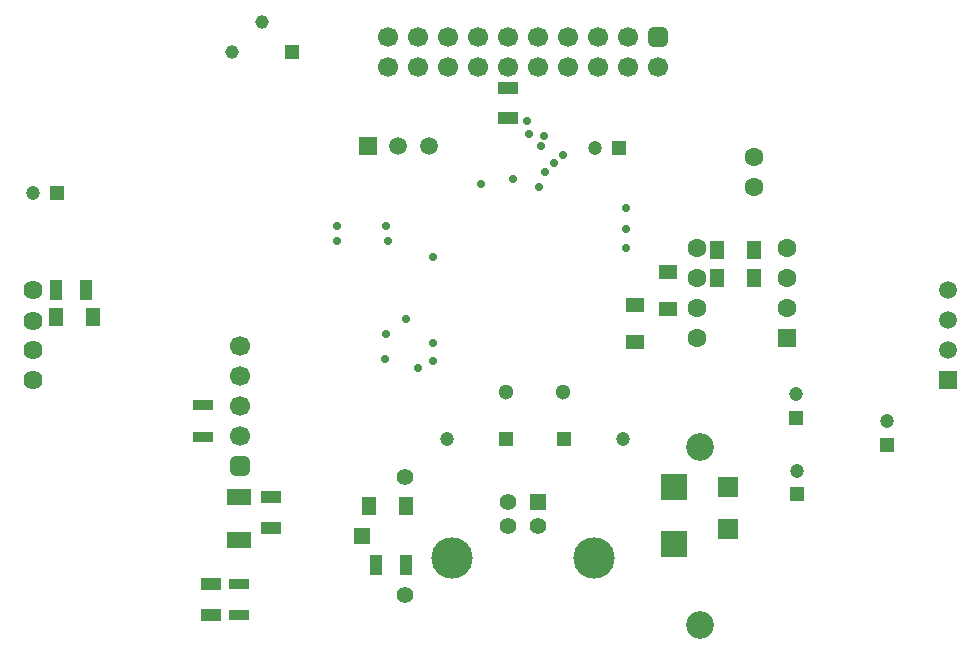
<source format=gbs>
G04*
G04 #@! TF.GenerationSoftware,Altium Limited,Altium Designer,21.3.2 (30)*
G04*
G04 Layer_Color=16711935*
%FSLAX25Y25*%
%MOIN*%
G70*
G04*
G04 #@! TF.SameCoordinates,394D426F-0CA9-4E3C-942C-AD562F4B4749*
G04*
G04*
G04 #@! TF.FilePolarity,Negative*
G04*
G01*
G75*
%ADD20R,0.04352X0.06528*%
%ADD28R,0.04724X0.04724*%
%ADD29C,0.04724*%
%ADD32R,0.05984X0.05984*%
%ADD33C,0.05984*%
%ADD34R,0.04528X0.04528*%
%ADD35C,0.04528*%
%ADD40R,0.05591X0.05591*%
%ADD42C,0.05591*%
%ADD43C,0.13780*%
%ADD44R,0.04724X0.04724*%
%ADD46R,0.05512X0.05512*%
%ADD47C,0.05512*%
%ADD51C,0.05906*%
%ADD52C,0.06299*%
%ADD58R,0.05906X0.05118*%
%ADD59R,0.06528X0.04352*%
%ADD60R,0.05118X0.05906*%
%ADD61R,0.06528X0.03764*%
%ADD62R,0.07992X0.05512*%
%ADD63R,0.08898X0.08504*%
%ADD64R,0.06614X0.06693*%
%ADD65R,0.06299X0.06299*%
%ADD66C,0.06693*%
G04:AMPARAMS|DCode=67|XSize=66.93mil|YSize=66.93mil|CornerRadius=17.72mil|HoleSize=0mil|Usage=FLASHONLY|Rotation=90.000|XOffset=0mil|YOffset=0mil|HoleType=Round|Shape=RoundedRectangle|*
%AMROUNDEDRECTD67*
21,1,0.06693,0.03150,0,0,90.0*
21,1,0.03150,0.06693,0,0,90.0*
1,1,0.03543,0.01575,0.01575*
1,1,0.03543,0.01575,-0.01575*
1,1,0.03543,-0.01575,-0.01575*
1,1,0.03543,-0.01575,0.01575*
%
%ADD67ROUNDEDRECTD67*%
%ADD68R,0.05906X0.05906*%
G04:AMPARAMS|DCode=69|XSize=66.93mil|YSize=66.93mil|CornerRadius=17.72mil|HoleSize=0mil|Usage=FLASHONLY|Rotation=180.000|XOffset=0mil|YOffset=0mil|HoleType=Round|Shape=RoundedRectangle|*
%AMROUNDEDRECTD69*
21,1,0.06693,0.03150,0,0,180.0*
21,1,0.03150,0.06693,0,0,180.0*
1,1,0.03543,-0.01575,0.01575*
1,1,0.03543,0.01575,0.01575*
1,1,0.03543,0.01575,-0.01575*
1,1,0.03543,-0.01575,-0.01575*
%
%ADD69ROUNDEDRECTD69*%
%ADD70C,0.09252*%
%ADD71C,0.05118*%
%ADD72C,0.06394*%
%ADD73C,0.02756*%
D20*
X138096Y41339D02*
D03*
X128046D02*
D03*
X21353Y133071D02*
D03*
X31403D02*
D03*
D28*
X268000Y90626D02*
D03*
X298500Y81563D02*
D03*
X268500Y65000D02*
D03*
D29*
X268000Y98500D02*
D03*
X13780Y165354D02*
D03*
X201126Y180500D02*
D03*
X298500Y89437D02*
D03*
X210343Y83500D02*
D03*
X151657D02*
D03*
X268500Y72874D02*
D03*
D32*
X318898Y103110D02*
D03*
D33*
Y113110D02*
D03*
Y123110D02*
D03*
Y133110D02*
D03*
D34*
X100000Y212500D02*
D03*
D35*
X90000Y222500D02*
D03*
X80000Y212500D02*
D03*
D40*
X182087Y62362D02*
D03*
D42*
Y54488D02*
D03*
X172244D02*
D03*
Y62362D02*
D03*
D43*
X200866Y43819D02*
D03*
X153465D02*
D03*
D44*
X21654Y165354D02*
D03*
X209000Y180500D02*
D03*
X190657Y83500D02*
D03*
X171343D02*
D03*
D46*
X123622Y51181D02*
D03*
D47*
X137795Y70866D02*
D03*
Y31496D02*
D03*
D51*
X135547Y181102D02*
D03*
X145783D02*
D03*
D52*
X265000Y127000D02*
D03*
Y137000D02*
D03*
Y147000D02*
D03*
X235000Y117000D02*
D03*
Y127000D02*
D03*
Y137000D02*
D03*
Y147000D02*
D03*
X254000Y167500D02*
D03*
Y177500D02*
D03*
D58*
X225500Y139102D02*
D03*
Y126898D02*
D03*
X214500Y128102D02*
D03*
Y115898D02*
D03*
D59*
X172000Y190475D02*
D03*
Y200525D02*
D03*
X73000Y35025D02*
D03*
Y24975D02*
D03*
X93000Y64025D02*
D03*
Y53975D02*
D03*
D60*
X241898Y137000D02*
D03*
X254102D02*
D03*
X241898Y146500D02*
D03*
X254102D02*
D03*
X125787Y61024D02*
D03*
X137992D02*
D03*
X21457Y124016D02*
D03*
X33661D02*
D03*
D61*
X70500Y84279D02*
D03*
Y94721D02*
D03*
X82500Y35221D02*
D03*
Y24779D02*
D03*
D62*
Y49756D02*
D03*
Y64244D02*
D03*
D63*
X227500Y48354D02*
D03*
Y67646D02*
D03*
D64*
X245500Y53453D02*
D03*
Y67547D02*
D03*
D65*
X265000Y117000D02*
D03*
D66*
X82677Y94488D02*
D03*
Y84488D02*
D03*
Y104488D02*
D03*
Y114488D02*
D03*
X162165Y207598D02*
D03*
Y217598D02*
D03*
X172165Y207598D02*
D03*
X182165D02*
D03*
X172165Y217598D02*
D03*
X182165D02*
D03*
X192165Y207598D02*
D03*
Y217598D02*
D03*
X202165Y207598D02*
D03*
Y217598D02*
D03*
X212165Y207598D02*
D03*
Y217598D02*
D03*
X222165Y207598D02*
D03*
X152165Y217598D02*
D03*
X142165D02*
D03*
X132165D02*
D03*
X152165Y207598D02*
D03*
X142165D02*
D03*
X132165D02*
D03*
D67*
X82677Y74488D02*
D03*
D68*
X125311Y181102D02*
D03*
D69*
X222165Y217598D02*
D03*
D70*
X236221Y80709D02*
D03*
Y21654D02*
D03*
D71*
X171394Y99000D02*
D03*
X190606D02*
D03*
D72*
X13780Y103110D02*
D03*
Y113228D02*
D03*
Y122992D02*
D03*
Y133110D02*
D03*
D73*
X182500Y167500D02*
D03*
X184500Y172500D02*
D03*
X163000Y168500D02*
D03*
X142000Y107000D02*
D03*
X138000Y123500D02*
D03*
X115000Y149500D02*
D03*
X132000D02*
D03*
X115000Y154500D02*
D03*
X131500D02*
D03*
X147000Y144000D02*
D03*
Y115500D02*
D03*
X131000Y110000D02*
D03*
X131500Y118500D02*
D03*
X147000Y109500D02*
D03*
X214500Y128102D02*
D03*
X225500Y139102D02*
D03*
X211500Y147000D02*
D03*
Y153500D02*
D03*
Y160500D02*
D03*
X173668Y170000D02*
D03*
X183000Y181000D02*
D03*
X184000Y184500D02*
D03*
X187500Y175500D02*
D03*
X190500Y178000D02*
D03*
X179000Y185000D02*
D03*
X178500Y189500D02*
D03*
X21353Y124120D02*
D03*
X70500Y94721D02*
D03*
X82500Y24779D02*
D03*
X21353Y133071D02*
D03*
X172000Y200525D02*
D03*
X254102Y146500D02*
D03*
Y137000D02*
D03*
X227500Y67646D02*
D03*
X245500Y67547D02*
D03*
M02*

</source>
